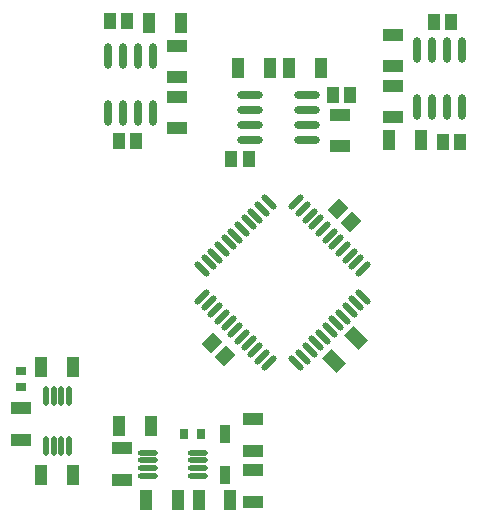
<source format=gbr>
G04 Layer_Color=8421504*
%FSLAX26Y26*%
%MOIN*%
%TF.FileFunction,Paste,Top*%
%TF.Part,Single*%
G01*
G75*
%TA.AperFunction,SMDPad,CuDef*%
G04:AMPARAMS|DCode=10|XSize=21.654mil|YSize=62.992mil|CornerRadius=0mil|HoleSize=0mil|Usage=FLASHONLY|Rotation=45.000|XOffset=0mil|YOffset=0mil|HoleType=Round|Shape=Round|*
%AMOVALD10*
21,1,0.041339,0.021654,0.000000,0.000000,135.0*
1,1,0.021654,0.014615,-0.014615*
1,1,0.021654,-0.014615,0.014615*
%
%ADD10OVALD10*%

G04:AMPARAMS|DCode=11|XSize=21.654mil|YSize=62.992mil|CornerRadius=0mil|HoleSize=0mil|Usage=FLASHONLY|Rotation=135.000|XOffset=0mil|YOffset=0mil|HoleType=Round|Shape=Round|*
%AMOVALD11*
21,1,0.041339,0.021654,0.000000,0.000000,225.0*
1,1,0.021654,0.014615,0.014615*
1,1,0.021654,-0.014615,-0.014615*
%
%ADD11OVALD11*%

G04:AMPARAMS|DCode=12|XSize=66.929mil|YSize=43.307mil|CornerRadius=0mil|HoleSize=0mil|Usage=FLASHONLY|Rotation=135.000|XOffset=0mil|YOffset=0mil|HoleType=Round|Shape=Rectangle|*
%AMROTATEDRECTD12*
4,1,4,0.038974,-0.008352,0.008352,-0.038974,-0.038974,0.008352,-0.008352,0.038974,0.038974,-0.008352,0.0*
%
%ADD12ROTATEDRECTD12*%

%ADD13R,0.043307X0.055118*%
%ADD14R,0.035433X0.031496*%
%ADD15R,0.031496X0.035433*%
G04:AMPARAMS|DCode=16|XSize=55.118mil|YSize=43.307mil|CornerRadius=0mil|HoleSize=0mil|Usage=FLASHONLY|Rotation=45.000|XOffset=0mil|YOffset=0mil|HoleType=Round|Shape=Rectangle|*
%AMROTATEDRECTD16*
4,1,4,-0.004176,-0.034799,-0.034799,-0.004176,0.004176,0.034799,0.034799,0.004176,-0.004176,-0.034799,0.0*
%
%ADD16ROTATEDRECTD16*%

%ADD17O,0.086614X0.023622*%
%ADD18R,0.043307X0.066929*%
%ADD19R,0.066929X0.043307*%
%ADD20O,0.017716X0.066929*%
%ADD21O,0.066929X0.017716*%
%ADD22R,0.033465X0.062992*%
%ADD23O,0.023622X0.086614*%
D10*
X1723420Y2038254D02*
D03*
X1745692Y2060526D02*
D03*
X1767964Y2082796D02*
D03*
X1790234Y2105068D02*
D03*
X1812506Y2127338D02*
D03*
X1834776Y2149610D02*
D03*
X1857048Y2171880D02*
D03*
X1879318Y2194152D02*
D03*
X1901590Y2216422D02*
D03*
X1923860Y2238694D02*
D03*
X1946132Y2260966D02*
D03*
X2260710Y1946386D02*
D03*
X2238440Y1924114D02*
D03*
X2216168Y1901844D02*
D03*
X2193898Y1879572D02*
D03*
X2171626Y1857302D02*
D03*
X2149356Y1835030D02*
D03*
X2127084Y1812760D02*
D03*
X2104814Y1790488D02*
D03*
X2082542Y1768218D02*
D03*
X2060272Y1745946D02*
D03*
X2038000Y1723676D02*
D03*
D11*
Y2260964D02*
D03*
X2060272Y2238694D02*
D03*
X2082542Y2216422D02*
D03*
X2104814Y2194152D02*
D03*
X2127084Y2171880D02*
D03*
X2149356Y2149610D02*
D03*
X2171626Y2127338D02*
D03*
X2193898Y2105068D02*
D03*
X2216168Y2082796D02*
D03*
X2238440Y2060526D02*
D03*
X2260710Y2038254D02*
D03*
X1946132Y1723676D02*
D03*
X1923860Y1745946D02*
D03*
X1901590Y1768218D02*
D03*
X1879318Y1790488D02*
D03*
X1857048Y1812760D02*
D03*
X1834776Y1835030D02*
D03*
X1812506Y1857302D02*
D03*
X1790234Y1879572D02*
D03*
X1767964Y1901844D02*
D03*
X1745692Y1924114D02*
D03*
X1723420Y1946386D02*
D03*
D12*
X2237583Y1807583D02*
D03*
X2162417Y1732417D02*
D03*
D13*
X1504528Y2465000D02*
D03*
X1445472D02*
D03*
X1415472Y2865000D02*
D03*
X1474528D02*
D03*
X2495472Y2861850D02*
D03*
X2554528D02*
D03*
X2584528Y2461850D02*
D03*
X2525472D02*
D03*
X2158622Y2620000D02*
D03*
X2217678D02*
D03*
X1820000Y2405000D02*
D03*
X1879056D02*
D03*
D14*
X1121614Y1644764D02*
D03*
Y1699882D02*
D03*
D15*
X1664292Y1488150D02*
D03*
X1719410D02*
D03*
D16*
X2220000Y2195000D02*
D03*
X2178242Y2236758D02*
D03*
X1800000Y1750000D02*
D03*
X1758242Y1791758D02*
D03*
D17*
X2072638Y2470000D02*
D03*
Y2520000D02*
D03*
Y2570000D02*
D03*
Y2620000D02*
D03*
X1883662Y2470000D02*
D03*
Y2520000D02*
D03*
Y2570000D02*
D03*
Y2620000D02*
D03*
D18*
X1845000Y2710000D02*
D03*
X1951300D02*
D03*
X2015000D02*
D03*
X2121300D02*
D03*
X1188464Y1712322D02*
D03*
X1294764D02*
D03*
Y1352322D02*
D03*
X1188464D02*
D03*
X1536850Y1270000D02*
D03*
X1643150D02*
D03*
X1446850Y1515000D02*
D03*
X1553150D02*
D03*
X1711850Y1270000D02*
D03*
X1818150D02*
D03*
X2453150Y2466850D02*
D03*
X2346850D02*
D03*
X1546850Y2860000D02*
D03*
X1653150D02*
D03*
D19*
X2183150Y2553150D02*
D03*
Y2446850D02*
D03*
X1121614Y1575472D02*
D03*
Y1469174D02*
D03*
X1456850Y1441300D02*
D03*
Y1335000D02*
D03*
X1895000Y1538150D02*
D03*
Y1431850D02*
D03*
Y1368150D02*
D03*
Y1261850D02*
D03*
X2360000Y2713700D02*
D03*
Y2820000D02*
D03*
Y2650000D02*
D03*
Y2543700D02*
D03*
X1640000Y2676850D02*
D03*
Y2783150D02*
D03*
Y2613150D02*
D03*
Y2506850D02*
D03*
D20*
X1203228Y1449646D02*
D03*
X1228818D02*
D03*
X1254410D02*
D03*
X1280000D02*
D03*
X1203228Y1615000D02*
D03*
X1228818D02*
D03*
X1254410D02*
D03*
X1280000D02*
D03*
D21*
X1544174Y1426536D02*
D03*
Y1400944D02*
D03*
Y1375354D02*
D03*
Y1349764D02*
D03*
X1709528Y1426536D02*
D03*
Y1400944D02*
D03*
Y1375354D02*
D03*
Y1349764D02*
D03*
D22*
X1800000Y1486930D02*
D03*
Y1353070D02*
D03*
D23*
X2591472Y2767338D02*
D03*
X2541472D02*
D03*
X2491472D02*
D03*
X2441472D02*
D03*
X2591472Y2578362D02*
D03*
X2541472D02*
D03*
X2491472D02*
D03*
X2441472D02*
D03*
X1408528Y2559512D02*
D03*
X1458528D02*
D03*
X1508528D02*
D03*
X1558528D02*
D03*
X1408528Y2748488D02*
D03*
X1458528D02*
D03*
X1508528D02*
D03*
X1558528D02*
D03*
%TF.MD5,17363f3c75fd8c3b330f446433c86ff7*%
M02*

</source>
